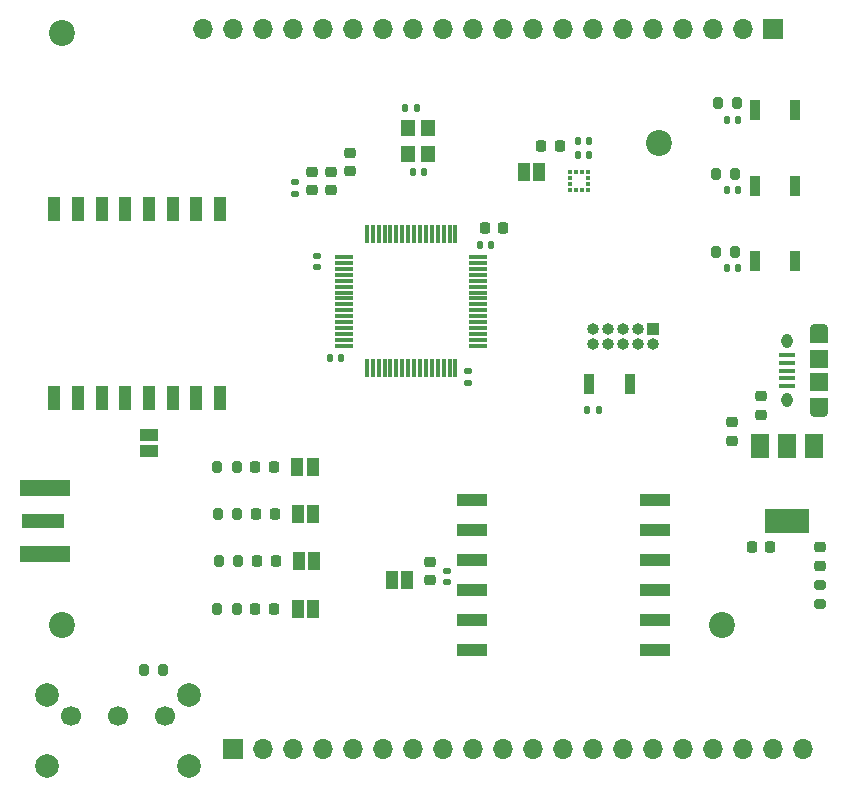
<source format=gbr>
%TF.GenerationSoftware,KiCad,Pcbnew,(6.0.6)*%
%TF.CreationDate,2022-08-06T17:38:51+02:00*%
%TF.ProjectId,STM32L053Breakout,53544d33-324c-4303-9533-427265616b6f,rev?*%
%TF.SameCoordinates,Original*%
%TF.FileFunction,Soldermask,Top*%
%TF.FilePolarity,Negative*%
%FSLAX46Y46*%
G04 Gerber Fmt 4.6, Leading zero omitted, Abs format (unit mm)*
G04 Created by KiCad (PCBNEW (6.0.6)) date 2022-08-06 17:38:51*
%MOMM*%
%LPD*%
G01*
G04 APERTURE LIST*
G04 Aperture macros list*
%AMRoundRect*
0 Rectangle with rounded corners*
0 $1 Rounding radius*
0 $2 $3 $4 $5 $6 $7 $8 $9 X,Y pos of 4 corners*
0 Add a 4 corners polygon primitive as box body*
4,1,4,$2,$3,$4,$5,$6,$7,$8,$9,$2,$3,0*
0 Add four circle primitives for the rounded corners*
1,1,$1+$1,$2,$3*
1,1,$1+$1,$4,$5*
1,1,$1+$1,$6,$7*
1,1,$1+$1,$8,$9*
0 Add four rect primitives between the rounded corners*
20,1,$1+$1,$2,$3,$4,$5,0*
20,1,$1+$1,$4,$5,$6,$7,0*
20,1,$1+$1,$6,$7,$8,$9,0*
20,1,$1+$1,$8,$9,$2,$3,0*%
G04 Aperture macros list end*
%ADD10RoundRect,0.140000X-0.140000X-0.170000X0.140000X-0.170000X0.140000X0.170000X-0.140000X0.170000X0*%
%ADD11RoundRect,0.225000X-0.250000X0.225000X-0.250000X-0.225000X0.250000X-0.225000X0.250000X0.225000X0*%
%ADD12R,1.200000X1.400000*%
%ADD13RoundRect,0.225000X0.225000X0.250000X-0.225000X0.250000X-0.225000X-0.250000X0.225000X-0.250000X0*%
%ADD14C,2.000000*%
%ADD15C,1.700000*%
%ADD16R,0.900000X1.700000*%
%ADD17C,2.200000*%
%ADD18R,1.000000X1.500000*%
%ADD19RoundRect,0.140000X-0.170000X0.140000X-0.170000X-0.140000X0.170000X-0.140000X0.170000X0.140000X0*%
%ADD20RoundRect,0.218750X0.256250X-0.218750X0.256250X0.218750X-0.256250X0.218750X-0.256250X-0.218750X0*%
%ADD21RoundRect,0.200000X0.200000X0.275000X-0.200000X0.275000X-0.200000X-0.275000X0.200000X-0.275000X0*%
%ADD22RoundRect,0.140000X0.140000X0.170000X-0.140000X0.170000X-0.140000X-0.170000X0.140000X-0.170000X0*%
%ADD23R,0.350000X0.375000*%
%ADD24R,0.375000X0.350000*%
%ADD25RoundRect,0.225000X-0.225000X-0.250000X0.225000X-0.250000X0.225000X0.250000X-0.225000X0.250000X0*%
%ADD26RoundRect,0.200000X-0.200000X-0.275000X0.200000X-0.275000X0.200000X0.275000X-0.200000X0.275000X0*%
%ADD27R,2.500000X1.000000*%
%ADD28RoundRect,0.200000X-0.275000X0.200000X-0.275000X-0.200000X0.275000X-0.200000X0.275000X0.200000X0*%
%ADD29RoundRect,0.225000X0.250000X-0.225000X0.250000X0.225000X-0.250000X0.225000X-0.250000X-0.225000X0*%
%ADD30R,3.600000X1.270000*%
%ADD31R,4.200000X1.350000*%
%ADD32RoundRect,0.218750X-0.256250X0.218750X-0.256250X-0.218750X0.256250X-0.218750X0.256250X0.218750X0*%
%ADD33RoundRect,0.218750X-0.218750X-0.256250X0.218750X-0.256250X0.218750X0.256250X-0.218750X0.256250X0*%
%ADD34R,1.350000X0.400000*%
%ADD35O,1.550000X0.890000*%
%ADD36R,1.550000X1.200000*%
%ADD37O,0.950000X1.250000*%
%ADD38R,1.550000X1.500000*%
%ADD39R,1.500000X2.000000*%
%ADD40R,3.800000X2.000000*%
%ADD41RoundRect,0.140000X0.170000X-0.140000X0.170000X0.140000X-0.170000X0.140000X-0.170000X-0.140000X0*%
%ADD42RoundRect,0.075000X-0.075000X0.700000X-0.075000X-0.700000X0.075000X-0.700000X0.075000X0.700000X0*%
%ADD43RoundRect,0.075000X-0.700000X0.075000X-0.700000X-0.075000X0.700000X-0.075000X0.700000X0.075000X0*%
%ADD44R,1.700000X1.700000*%
%ADD45O,1.700000X1.700000*%
%ADD46R,1.000000X2.000000*%
%ADD47R,1.500000X1.000000*%
%ADD48R,1.000000X1.000000*%
%ADD49O,1.000000X1.000000*%
G04 APERTURE END LIST*
D10*
%TO.C,C701*%
X133320000Y-81800000D03*
X134280000Y-81800000D03*
%TD*%
D11*
%TO.C,C100*%
X146400000Y-104425000D03*
X146400000Y-105975000D03*
%TD*%
D12*
%TO.C,Y500*%
X120650000Y-81700000D03*
X120650000Y-79500000D03*
X118950000Y-79500000D03*
X118950000Y-81700000D03*
%TD*%
D13*
%TO.C,C101*%
X149575000Y-115000000D03*
X148025000Y-115000000D03*
%TD*%
D14*
%TO.C,SW501*%
X88400000Y-133550000D03*
X100400000Y-133550000D03*
X100400000Y-127550000D03*
X88400000Y-127550000D03*
D15*
X90400000Y-129300000D03*
X94400000Y-129300000D03*
X98400000Y-129300000D03*
%TD*%
D16*
%TO.C,SW400*%
X148300000Y-90800000D03*
X151700000Y-90800000D03*
%TD*%
D17*
%TO.C,H4*%
X140200000Y-80800000D03*
%TD*%
D18*
%TO.C,JP401*%
X110900000Y-112200000D03*
X109600000Y-112200000D03*
%TD*%
D19*
%TO.C,C201*%
X124000000Y-100120000D03*
X124000000Y-101080000D03*
%TD*%
D20*
%TO.C,D100*%
X153800000Y-116587500D03*
X153800000Y-115012500D03*
%TD*%
D16*
%TO.C,SW401*%
X148300000Y-84400000D03*
X151700000Y-84400000D03*
%TD*%
D21*
%TO.C,R402*%
X104575000Y-116200000D03*
X102925000Y-116200000D03*
%TD*%
D22*
%TO.C,C402*%
X146880000Y-78800000D03*
X145920000Y-78800000D03*
%TD*%
D23*
%TO.C,U700*%
X132650000Y-84762500D03*
X133150000Y-84762500D03*
X133650000Y-84762500D03*
X134150000Y-84762500D03*
D24*
X134162500Y-84250000D03*
X134162500Y-83750000D03*
D23*
X134150000Y-83237500D03*
X133650000Y-83237500D03*
X133150000Y-83237500D03*
X132650000Y-83237500D03*
D24*
X132637500Y-83750000D03*
X132637500Y-84250000D03*
%TD*%
D25*
%TO.C,C700*%
X130225000Y-81000000D03*
X131775000Y-81000000D03*
%TD*%
D10*
%TO.C,C702*%
X133320000Y-80600000D03*
X134280000Y-80600000D03*
%TD*%
D21*
%TO.C,R401*%
X104475000Y-112200000D03*
X102825000Y-112200000D03*
%TD*%
D26*
%TO.C,R500*%
X96575000Y-125400000D03*
X98225000Y-125400000D03*
%TD*%
D18*
%TO.C,JP800*%
X118850000Y-117800000D03*
X117550000Y-117800000D03*
%TD*%
D27*
%TO.C,U800*%
X124330000Y-110990000D03*
X124330000Y-113530000D03*
X124330000Y-116070000D03*
X124330000Y-118610000D03*
X124330000Y-121150000D03*
X124330000Y-123690000D03*
X139830000Y-123690000D03*
X139830000Y-121150000D03*
X139830000Y-118610000D03*
X139830000Y-116070000D03*
X139830000Y-113530000D03*
X139830000Y-110990000D03*
%TD*%
D28*
%TO.C,R100*%
X153800000Y-118175000D03*
X153800000Y-119825000D03*
%TD*%
D29*
%TO.C,C206*%
X110800000Y-84775000D03*
X110800000Y-83225000D03*
%TD*%
D21*
%TO.C,R400*%
X104425000Y-108200000D03*
X102775000Y-108200000D03*
%TD*%
D29*
%TO.C,C205*%
X114000000Y-83175000D03*
X114000000Y-81625000D03*
%TD*%
D22*
%TO.C,C501*%
X120280000Y-83200000D03*
X119320000Y-83200000D03*
%TD*%
%TO.C,C400*%
X146880000Y-91400000D03*
X145920000Y-91400000D03*
%TD*%
D30*
%TO.C,J600*%
X88000000Y-112800000D03*
D31*
X88200000Y-115625000D03*
X88200000Y-109975000D03*
%TD*%
D32*
%TO.C,FB200*%
X112400000Y-83212500D03*
X112400000Y-84787500D03*
%TD*%
D18*
%TO.C,JP700*%
X128750000Y-83200000D03*
X130050000Y-83200000D03*
%TD*%
D33*
%TO.C,D402*%
X106150000Y-116200000D03*
X107725000Y-116200000D03*
%TD*%
D26*
%TO.C,R404*%
X144975000Y-90000000D03*
X146625000Y-90000000D03*
%TD*%
D33*
%TO.C,D400*%
X106012500Y-108200000D03*
X107587500Y-108200000D03*
%TD*%
D21*
%TO.C,R403*%
X104425000Y-120200000D03*
X102775000Y-120200000D03*
%TD*%
D22*
%TO.C,C204*%
X113280000Y-99000000D03*
X112320000Y-99000000D03*
%TD*%
D16*
%TO.C,SW402*%
X148300000Y-78000000D03*
X151700000Y-78000000D03*
%TD*%
D34*
%TO.C,J100*%
X151000000Y-101360000D03*
X151000000Y-100710000D03*
X151000000Y-100060000D03*
X151000000Y-99410000D03*
X151000000Y-98760000D03*
D35*
X153700000Y-103560000D03*
D36*
X153700000Y-102960000D03*
X153700000Y-97160000D03*
D37*
X151000000Y-102560000D03*
D35*
X153700000Y-96560000D03*
D38*
X153700000Y-99060000D03*
X153700000Y-101060000D03*
D37*
X151000000Y-97560000D03*
%TD*%
D39*
%TO.C,U100*%
X153300000Y-106450000D03*
X151000000Y-106450000D03*
D40*
X151000000Y-112750000D03*
D39*
X148700000Y-106450000D03*
%TD*%
D41*
%TO.C,C203*%
X111200000Y-91280000D03*
X111200000Y-90320000D03*
%TD*%
D32*
%TO.C,FB100*%
X148800000Y-102212500D03*
X148800000Y-103787500D03*
%TD*%
D42*
%TO.C,U500*%
X122950000Y-88525000D03*
X122450000Y-88525000D03*
X121950000Y-88525000D03*
X121450000Y-88525000D03*
X120950000Y-88525000D03*
X120450000Y-88525000D03*
X119950000Y-88525000D03*
X119450000Y-88525000D03*
X118950000Y-88525000D03*
X118450000Y-88525000D03*
X117950000Y-88525000D03*
X117450000Y-88525000D03*
X116950000Y-88525000D03*
X116450000Y-88525000D03*
X115950000Y-88525000D03*
X115450000Y-88525000D03*
D43*
X113525000Y-90450000D03*
X113525000Y-90950000D03*
X113525000Y-91450000D03*
X113525000Y-91950000D03*
X113525000Y-92450000D03*
X113525000Y-92950000D03*
X113525000Y-93450000D03*
X113525000Y-93950000D03*
X113525000Y-94450000D03*
X113525000Y-94950000D03*
X113525000Y-95450000D03*
X113525000Y-95950000D03*
X113525000Y-96450000D03*
X113525000Y-96950000D03*
X113525000Y-97450000D03*
X113525000Y-97950000D03*
D42*
X115450000Y-99875000D03*
X115950000Y-99875000D03*
X116450000Y-99875000D03*
X116950000Y-99875000D03*
X117450000Y-99875000D03*
X117950000Y-99875000D03*
X118450000Y-99875000D03*
X118950000Y-99875000D03*
X119450000Y-99875000D03*
X119950000Y-99875000D03*
X120450000Y-99875000D03*
X120950000Y-99875000D03*
X121450000Y-99875000D03*
X121950000Y-99875000D03*
X122450000Y-99875000D03*
X122950000Y-99875000D03*
D43*
X124875000Y-97950000D03*
X124875000Y-97450000D03*
X124875000Y-96950000D03*
X124875000Y-96450000D03*
X124875000Y-95950000D03*
X124875000Y-95450000D03*
X124875000Y-94950000D03*
X124875000Y-94450000D03*
X124875000Y-93950000D03*
X124875000Y-93450000D03*
X124875000Y-92950000D03*
X124875000Y-92450000D03*
X124875000Y-91950000D03*
X124875000Y-91450000D03*
X124875000Y-90950000D03*
X124875000Y-90450000D03*
%TD*%
D10*
%TO.C,C500*%
X134120000Y-103400000D03*
X135080000Y-103400000D03*
%TD*%
D26*
%TO.C,R405*%
X144975000Y-83400000D03*
X146625000Y-83400000D03*
%TD*%
D18*
%TO.C,JP400*%
X110850000Y-108200000D03*
X109550000Y-108200000D03*
%TD*%
%TO.C,JP402*%
X111000000Y-116200000D03*
X109700000Y-116200000D03*
%TD*%
D33*
%TO.C,D403*%
X106012500Y-120200000D03*
X107587500Y-120200000D03*
%TD*%
D16*
%TO.C,SW500*%
X134300000Y-101200000D03*
X137700000Y-101200000D03*
%TD*%
D29*
%TO.C,C800*%
X120800000Y-117775000D03*
X120800000Y-116225000D03*
%TD*%
D44*
%TO.C,J301*%
X149860000Y-71120000D03*
D45*
X147320000Y-71120000D03*
X144780000Y-71120000D03*
X142240000Y-71120000D03*
X139700000Y-71120000D03*
X137160000Y-71120000D03*
X134620000Y-71120000D03*
X132080000Y-71120000D03*
X129540000Y-71120000D03*
X127000000Y-71120000D03*
X124460000Y-71120000D03*
X121920000Y-71120000D03*
X119380000Y-71120000D03*
X116840000Y-71120000D03*
X114300000Y-71120000D03*
X111760000Y-71120000D03*
X109220000Y-71120000D03*
X106680000Y-71120000D03*
X104140000Y-71120000D03*
X101600000Y-71120000D03*
%TD*%
D26*
%TO.C,R406*%
X145175000Y-77400000D03*
X146825000Y-77400000D03*
%TD*%
D22*
%TO.C,C401*%
X146880000Y-84800000D03*
X145920000Y-84800000D03*
%TD*%
D46*
%TO.C,U600*%
X103000000Y-86400000D03*
X101000000Y-86400000D03*
X99000000Y-86400000D03*
X97000000Y-86400000D03*
X95000000Y-86400000D03*
X93000000Y-86400000D03*
X91000000Y-86400000D03*
X89000000Y-86400000D03*
X89000000Y-102400000D03*
X91000000Y-102400000D03*
X93000000Y-102400000D03*
X95000000Y-102400000D03*
X97000000Y-102400000D03*
X99000000Y-102400000D03*
X101000000Y-102400000D03*
X103000000Y-102400000D03*
%TD*%
D25*
%TO.C,C200*%
X125425000Y-88000000D03*
X126975000Y-88000000D03*
%TD*%
D44*
%TO.C,J300*%
X104140000Y-132080000D03*
D45*
X106680000Y-132080000D03*
X109220000Y-132080000D03*
X111760000Y-132080000D03*
X114300000Y-132080000D03*
X116840000Y-132080000D03*
X119380000Y-132080000D03*
X121920000Y-132080000D03*
X124460000Y-132080000D03*
X127000000Y-132080000D03*
X129540000Y-132080000D03*
X132080000Y-132080000D03*
X134620000Y-132080000D03*
X137160000Y-132080000D03*
X139700000Y-132080000D03*
X142240000Y-132080000D03*
X144780000Y-132080000D03*
X147320000Y-132080000D03*
X149860000Y-132080000D03*
X152400000Y-132080000D03*
%TD*%
D17*
%TO.C,H3*%
X145500000Y-121600000D03*
%TD*%
D33*
%TO.C,D401*%
X106062500Y-112200000D03*
X107637500Y-112200000D03*
%TD*%
D47*
%TO.C,JP600*%
X97000000Y-106850000D03*
X97000000Y-105550000D03*
%TD*%
D48*
%TO.C,J5*%
X139700000Y-96520000D03*
D49*
X139700000Y-97790000D03*
X138430000Y-96520000D03*
X138430000Y-97790000D03*
X137160000Y-96520000D03*
X137160000Y-97790000D03*
X135890000Y-96520000D03*
X135890000Y-97790000D03*
X134620000Y-96520000D03*
X134620000Y-97790000D03*
%TD*%
D41*
%TO.C,C207*%
X109400000Y-85080000D03*
X109400000Y-84120000D03*
%TD*%
D17*
%TO.C,H1*%
X89600000Y-71500000D03*
%TD*%
%TO.C,H2*%
X89600000Y-121600000D03*
%TD*%
D41*
%TO.C,C801*%
X122200000Y-117960000D03*
X122200000Y-117000000D03*
%TD*%
D10*
%TO.C,C502*%
X118720000Y-77800000D03*
X119680000Y-77800000D03*
%TD*%
D18*
%TO.C,JP403*%
X110900000Y-120200000D03*
X109600000Y-120200000D03*
%TD*%
D10*
%TO.C,C202*%
X125000000Y-89400000D03*
X125960000Y-89400000D03*
%TD*%
M02*

</source>
